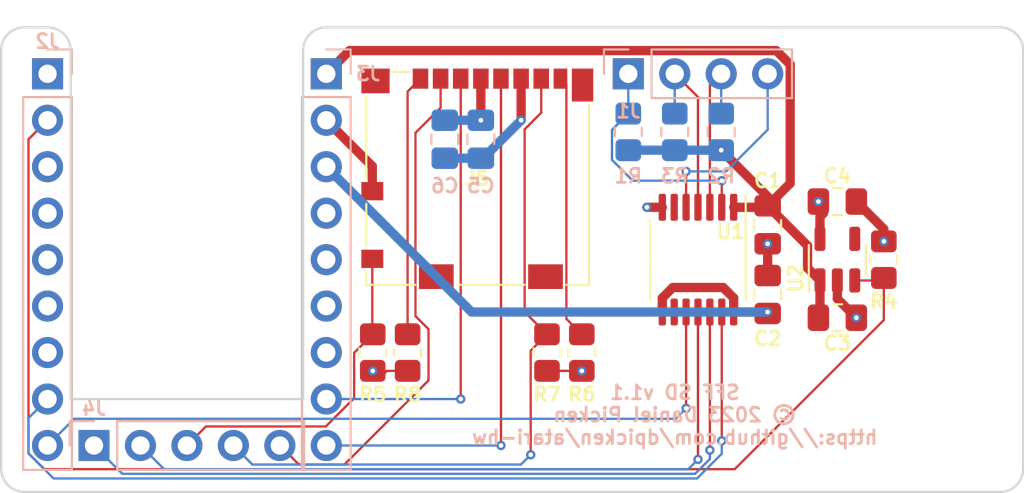
<source format=kicad_pcb>
(kicad_pcb (version 20221018) (generator pcbnew)
  (title_block (title "Atari SBC SD") (date "2023-09-25") (rev "1.1"))
  (layers (0 "F.Cu" signal) (1 "In1.Cu" power) (2 "In2.Cu" power) (31 "B.Cu" signal) (34 "B.Paste" user) (35 "F.Paste" user) (36 "B.SilkS" user "B.Silkscreen") (37 "F.SilkS" user "F.Silkscreen") (38 "B.Mask" user) (39 "F.Mask" user) (44 "Edge.Cuts" user))
  (net 0 "")
  (net 1 "+5VP")
  (net 2 "GND")
  (net 3 "+3.3VP")
  (net 4 "SIO_MOTOR_5V")
  (net 5 "SIO_COMMAND_5V")
  (net 6 "SIO_DATA_OUT_5V")
  (net 7 "SIO_DATA_IN_5V")
  (net 8 "Net-(J5-VDD)")
  (net 9 "{slash}SD_CS")
  (net 10 "SD_DI")
  (net 11 "SD_SCLK")
  (net 12 "SD_DO")
  (net 14 "{slash}SD_DETECT")
  (net 17 "SD_PWR")
  (net 23 "SIO_MOTOR_3V3")
  (net 24 "SIO_DATA_IN_3V3")
  (net 27 "Net-(J5-DAT2)")
  (net 28 "Net-(J5-DAT1)")
  (net 30 "SIO_DATA_OUT_3V3")
  (net 31 "SIO_COMMAND_3V3")
  (footprint "Resistor_SMD:R_0805_2012Metric_Pad1.20x1.40mm_HandSolder" (layer "F.Cu") (at 156.21 66.04 90)
    (fp_text reference "R6" (at -2.286 0 180) (layer "F.SilkS") (effects (font (size 0.762 0.762) (thickness 0.1524))))
    (fp_text value "10K")
    (fp_line (start -0.227064 -0.735) (end 0.227064 -0.735) (stroke (width 0.12)) (layer "F.SilkS"))
    (fp_line (start -0.227064 0.735) (end 0.227064 0.735) (stroke (width 0.12)) (layer "F.SilkS"))
    (pad "1" smd roundrect (at -1 0 90) (size 1.2 1.4) (layers "F.Cu" "F.Paste" "F.Mask") (roundrect_rratio 0.2083333333) (net 8 "Net-(J5-VDD)"))
    (pad "2" smd roundrect (at 1 0 90) (size 1.2 1.4) (layers "F.Cu" "F.Paste" "F.Mask") (roundrect_rratio 0.2083333333) (net 28 "Net-(J5-DAT1)"))
  )
  (footprint "Resistor_SMD:R_0805_2012Metric_Pad1.20x1.40mm_HandSolder" (layer "F.Cu") (at 146.685 66.04 90)
    (fp_text reference "R8" (at -2.286 0 180) (layer "F.SilkS") (effects (font (size 0.762 0.762) (thickness 0.1524))))
    (fp_text value "10K")
    (fp_line (start -0.227064 -0.735) (end 0.227064 -0.735) (stroke (width 0.12)) (layer "F.SilkS"))
    (fp_line (start -0.227064 0.735) (end 0.227064 0.735) (stroke (width 0.12)) (layer "F.SilkS"))
    (pad "1" smd roundrect (at -1 0 90) (size 1.2 1.4) (layers "F.Cu" "F.Paste" "F.Mask") (roundrect_rratio 0.2083333333) (net 8 "Net-(J5-VDD)"))
    (pad "2" smd roundrect (at 1 0 90) (size 1.2 1.4) (layers "F.Cu" "F.Paste" "F.Mask") (roundrect_rratio 0.2083333333) (net 27 "Net-(J5-DAT2)"))
  )
  (footprint "Capacitor_SMD:C_0805_2012Metric_Pad1.18x1.45mm_HandSolder" (layer "F.Cu") (at 170.18 57.785)
    (fp_text reference "C4" (at 0 -1.397 180) (layer "F.SilkS") (effects (font (size 0.762 0.762) (thickness 0.1524))))
    (fp_text value "1uF")
    (fp_line (start -0.261252 -0.735) (end 0.261252 -0.735) (stroke (width 0.12)) (layer "F.SilkS"))
    (fp_line (start -0.261252 0.735) (end 0.261252 0.735) (stroke (width 0.12)) (layer "F.SilkS"))
    (pad "1" smd roundrect (at -1.0375 0) (size 1.175 1.45) (layers "F.Cu" "F.Paste" "F.Mask") (roundrect_rratio 0.2127659574) (net 8 "Net-(J5-VDD)"))
    (pad "2" smd roundrect (at 1.0375 0) (size 1.175 1.45) (layers "F.Cu" "F.Paste" "F.Mask") (roundrect_rratio 0.2127659574) (net 2 "GND"))
  )
  (footprint "Resistor_SMD:R_0805_2012Metric_Pad1.20x1.40mm_HandSolder" (layer "F.Cu") (at 172.72 60.96 90)
    (fp_text reference "R4" (at -2.286 0) (layer "F.SilkS") (effects (font (size 0.762 0.762) (thickness 0.1524))))
    (fp_text value "10K")
    (fp_line (start -0.227064 -0.735) (end 0.227064 -0.735) (stroke (width 0.12)) (layer "F.SilkS"))
    (fp_line (start -0.227064 0.735) (end 0.227064 0.735) (stroke (width 0.12)) (layer "F.SilkS"))
    (pad "1" smd roundrect (at -1 0 90) (size 1.2 1.4) (layers "F.Cu" "F.Paste" "F.Mask") (roundrect_rratio 0.2083333333) (net 17 "SD_PWR"))
    (pad "2" smd roundrect (at 1 0 90) (size 1.2 1.4) (layers "F.Cu" "F.Paste" "F.Mask") (roundrect_rratio 0.2083333333) (net 2 "GND"))
  )
  (footprint "Resistor_SMD:R_0805_2012Metric_Pad1.20x1.40mm_HandSolder" (layer "F.Cu") (at 154.305 66.04 90)
    (fp_text reference "R7" (at -2.286 0 180) (layer "F.SilkS") (effects (font (size 0.762 0.762) (thickness 0.1524))))
    (fp_text value "10K")
    (fp_line (start -0.227064 -0.735) (end 0.227064 -0.735) (stroke (width 0.12)) (layer "F.SilkS"))
    (fp_line (start -0.227064 0.735) (end 0.227064 0.735) (stroke (width 0.12)) (layer "F.SilkS"))
    (pad "1" smd roundrect (at -1 0 90) (size 1.2 1.4) (layers "F.Cu" "F.Paste" "F.Mask") (roundrect_rratio 0.2083333333) (net 8 "Net-(J5-VDD)"))
    (pad "2" smd roundrect (at 1 0 90) (size 1.2 1.4) (layers "F.Cu" "F.Paste" "F.Mask") (roundrect_rratio 0.2083333333) (net 12 "SD_DO"))
  )
  (footprint "Capacitor_SMD:C_0805_2012Metric_Pad1.18x1.45mm_HandSolder" (layer "F.Cu") (at 170.18 64.135)
    (fp_text reference "C3" (at 0 1.397 180) (layer "F.SilkS") (effects (font (size 0.762 0.762) (thickness 0.1524))))
    (fp_text value "1uF")
    (fp_line (start -0.261252 -0.735) (end 0.261252 -0.735) (stroke (width 0.12)) (layer "F.SilkS"))
    (fp_line (start -0.261252 0.735) (end 0.261252 0.735) (stroke (width 0.12)) (layer "F.SilkS"))
    (pad "1" smd roundrect (at -1.0375 0) (size 1.175 1.45) (layers "F.Cu" "F.Paste" "F.Mask") (roundrect_rratio 0.2127659574) (net 1 "+5VP"))
    (pad "2" smd roundrect (at 1.0375 0) (size 1.175 1.45) (layers "F.Cu" "F.Paste" "F.Mask") (roundrect_rratio 0.2127659574) (net 2 "GND"))
  )
  (footprint "Connector_Card:microSD_HC_Molex_104031-0811" (layer "F.Cu") (at 150.495 56.515)
    (fp_text reference "J5" (at 0 0) (layer "F.SilkS") (effects (font (size 0.762 0.762) (thickness 0.1524))))
    (fp_text value "104031-0811")
    (fp_line (start -6.07 -4.45) (end -6.07 0) (stroke (width 0.12)) (layer "F.SilkS"))
    (fp_line (start -6.07 1.4) (end -6.07 3.7) (stroke (width 0.12)) (layer "F.SilkS"))
    (fp_line (start -6.07 5.1) (end -6.07 5.82) (stroke (width 0.12)) (layer "F.SilkS"))
    (fp_line (start -6.07 5.82) (end -3.39 5.82) (stroke (width 0.12)) (layer "F.SilkS"))
    (fp_line (start -4.59 -5.82) (end -3.73 -5.82) (stroke (width 0.12)) (layer "F.SilkS"))
    (fp_line (start -1.09 5.82) (end 2.58 5.82) (stroke (width 0.12)) (layer "F.SilkS"))
    (fp_line (start 4.88 5.82) (end 6.11 5.82) (stroke (width 0.12)) (layer "F.SilkS"))
    (fp_line (start 6.11 5.82) (end 6.11 -4) (stroke (width 0.12)) (layer "F.SilkS"))
    (pad "" smd rect (at -5.565 -5.325) (size 1.55 1.35) (layers "F.Cu" "F.Paste" "F.Mask"))
    (pad "" smd rect (at 3.73 5.375) (size 1.9 1.35) (layers "F.Cu" "F.Paste" "F.Mask"))
    (pad "" smd rect (at 5.755 -5.1) (size 1.17 1.8) (layers "F.Cu" "F.Paste" "F.Mask"))
    (pad "1" smd rect (at -3.105 -5.45) (size 0.85 1.1) (layers "F.Cu" "F.Paste" "F.Mask") (net 27 "Net-(J5-DAT2)"))
    (pad "2" smd rect (at -2.005 -5.45) (size 0.85 1.1) (layers "F.Cu" "F.Paste" "F.Mask") (net 9 "{slash}SD_CS"))
    (pad "3" smd rect (at -0.905 -5.45) (size 0.85 1.1) (layers "F.Cu" "F.Paste" "F.Mask") (net 10 "SD_DI"))
    (pad "4" smd rect (at 0.195 -5.45) (size 0.85 1.1) (layers "F.Cu" "F.Paste" "F.Mask") (net 8 "Net-(J5-VDD)"))
    (pad "5" smd rect (at 1.295 -5.45) (size 0.85 1.1) (layers "F.Cu" "F.Paste" "F.Mask") (net 11 "SD_SCLK"))
    (pad "6" smd rect (at 2.395 -5.45) (size 0.85 1.1) (layers "F.Cu" "F.Paste" "F.Mask") (net 2 "GND"))
    (pad "7" smd rect (at 3.495 -5.45) (size 0.85 1.1) (layers "F.Cu" "F.Paste" "F.Mask") (net 12 "SD_DO"))
    (pad "8" smd rect (at 4.545 -5.45) (size 0.75 1.1) (layers "F.Cu" "F.Paste" "F.Mask") (net 28 "Net-(J5-DAT1)"))
    (pad "9" smd rect (at -5.74 0.7) (size 1.2 1) (layers "F.Cu" "F.Paste" "F.Mask") (net 2 "GND"))
    (pad "10" smd rect (at -5.74 4.4) (size 1.2 1) (layers "F.Cu" "F.Paste" "F.Mask") (net 14 "{slash}SD_DETECT"))
    (pad "11" smd rect (at -2.24 5.375) (size 1.9 1.35) (layers "F.Cu" "F.Paste" "F.Mask"))
  )
  (footprint "Package_SO:TSSOP-14_4.4x5mm_P0.65mm" (layer "F.Cu") (at 162.56 60.96 -90)
    (fp_text reference "U1" (at -1.524 -1.778) (layer "F.SilkS") (effects (font (size 0.762 0.762) (thickness 0.1524))))
    (fp_text value "TXU0304")
    (fp_line (start 0 -2.61) (end -3.6 -2.61) (stroke (width 0.12)) (layer "F.SilkS"))
    (fp_line (start 0 -2.61) (end 2.2 -2.61) (stroke (width 0.12)) (layer "F.SilkS"))
    (fp_line (start 0 2.61) (end -2.2 2.61) (stroke (width 0.12)) (layer "F.SilkS"))
    (fp_line (start 0 2.61) (end 2.2 2.61) (stroke (width 0.12)) (layer "F.SilkS"))
    (pad "1" smd roundrect (at -2.8625 -1.95 270) (size 1.475 0.4) (layers "F.Cu" "F.Paste" "F.Mask") (net 1 "+5VP"))
    (pad "2" smd roundrect (at -2.8625 -1.3 270) (size 1.475 0.4) (layers "F.Cu" "F.Paste" "F.Mask") (net 4 "SIO_MOTOR_5V"))
    (pad "3" smd roundrect (at -2.8625 -0.65 270) (size 1.475 0.4) (layers "F.Cu" "F.Paste" "F.Mask") (net 6 "SIO_DATA_OUT_5V"))
    (pad "4" smd roundrect (at -2.8625 0 270) (size 1.475 0.4) (layers "F.Cu" "F.Paste" "F.Mask") (net 5 "SIO_COMMAND_5V"))
    (pad "5" smd roundrect (at -2.8625 0.65 270) (size 1.475 0.4) (layers "F.Cu" "F.Paste" "F.Mask") (net 7 "SIO_DATA_IN_5V"))
    (pad "6" smd roundrect (at -2.8625 1.3 270) (size 1.475 0.4) (layers "F.Cu" "F.Paste" "F.Mask"))
    (pad "7" smd roundrect (at -2.8625 1.95 270) (size 1.475 0.4) (layers "F.Cu" "F.Paste" "F.Mask") (net 2 "GND"))
    (pad "8" smd roundrect (at 2.8625 1.95 270) (size 1.475 0.4) (layers "F.Cu" "F.Paste" "F.Mask") (net 3 "+3.3VP"))
    (pad "9" smd roundrect (at 2.8625 1.3 270) (size 1.475 0.4) (layers "F.Cu" "F.Paste" "F.Mask"))
    (pad "10" smd roundrect (at 2.8625 0.65 270) (size 1.475 0.4) (layers "F.Cu" "F.Paste" "F.Mask") (net 24 "SIO_DATA_IN_3V3"))
    (pad "11" smd roundrect (at 2.8625 0 270) (size 1.475 0.4) (layers "F.Cu" "F.Paste" "F.Mask") (net 31 "SIO_COMMAND_3V3"))
    (pad "12" smd roundrect (at 2.8625 -0.65 270) (size 1.475 0.4) (layers "F.Cu" "F.Paste" "F.Mask") (net 30 "SIO_DATA_OUT_3V3"))
    (pad "13" smd roundrect (at 2.8625 -1.3 270) (size 1.475 0.4) (layers "F.Cu" "F.Paste" "F.Mask") (net 23 "SIO_MOTOR_3V3"))
    (pad "14" smd roundrect (at 2.8625 -1.95 270) (size 1.475 0.4) (layers "F.Cu" "F.Paste" "F.Mask") (net 3 "+3.3VP"))
  )
  (footprint "Resistor_SMD:R_0805_2012Metric_Pad1.20x1.40mm_HandSolder" (layer "F.Cu") (at 144.78 66.04 90)
    (fp_text reference "R5" (at -2.286 0 180) (layer "F.SilkS") (effects (font (size 0.762 0.762) (thickness 0.1524))))
    (fp_text value "10K")
    (fp_line (start -0.227064 -0.735) (end 0.227064 -0.735) (stroke (width 0.12)) (layer "F.SilkS"))
    (fp_line (start -0.227064 0.735) (end 0.227064 0.735) (stroke (width 0.12)) (layer "F.SilkS"))
    (pad "1" smd roundrect (at -1 0 90) (size 1.2 1.4) (layers "F.Cu" "F.Paste" "F.Mask") (roundrect_rratio 0.2083333333) (net 8 "Net-(J5-VDD)"))
    (pad "2" smd roundrect (at 1 0 90) (size 1.2 1.4) (layers "F.Cu" "F.Paste" "F.Mask") (roundrect_rratio 0.2083333333) (net 14 "{slash}SD_DETECT"))
  )
  (footprint "Capacitor_SMD:C_0805_2012Metric_Pad1.18x1.45mm_HandSolder" (layer "F.Cu") (at 166.37 59.055 -90)
    (fp_text reference "C1" (at -2.413 0 -180) (layer "F.SilkS") (effects (font (size 0.762 0.762) (thickness 0.1524))))
    (fp_text value "0.1uF")
    (fp_line (start -0.261252 -0.735) (end 0.261252 -0.735) (stroke (width 0.12)) (layer "F.SilkS"))
    (fp_line (start -0.261252 0.735) (end 0.261252 0.735) (stroke (width 0.12)) (layer "F.SilkS"))
    (pad "1" smd roundrect (at -1.0375 0 270) (size 1.175 1.45) (layers "F.Cu" "F.Paste" "F.Mask") (roundrect_rratio 0.2127659574) (net 1 "+5VP"))
    (pad "2" smd roundrect (at 1.0375 0 270) (size 1.175 1.45) (layers "F.Cu" "F.Paste" "F.Mask") (roundrect_rratio 0.2127659574) (net 2 "GND"))
  )
  (footprint "Capacitor_SMD:C_0805_2012Metric_Pad1.18x1.45mm_HandSolder" (layer "F.Cu") (at 166.37 62.865 90)
    (fp_text reference "C2" (at -2.413 0 180) (layer "F.SilkS") (effects (font (size 0.762 0.762) (thickness 0.1524))))
    (fp_text value "0.1uF")
    (fp_line (start -0.261252 -0.735) (end 0.261252 -0.735) (stroke (width 0.12)) (layer "F.SilkS"))
    (fp_line (start -0.261252 0.735) (end 0.261252 0.735) (stroke (width 0.12)) (layer "F.SilkS"))
    (pad "1" smd roundrect (at -1.0375 0 90) (size 1.175 1.45) (layers "F.Cu" "F.Paste" "F.Mask") (roundrect_rratio 0.2127659574) (net 3 "+3.3VP"))
    (pad "2" smd roundrect (at 1.0375 0 90) (size 1.175 1.45) (layers "F.Cu" "F.Paste" "F.Mask") (roundrect_rratio 0.2127659574) (net 2 "GND"))
  )
  (footprint "Package_TO_SOT_SMD:SOT-23-5" (layer "F.Cu") (at 170.18 60.96 90)
    (fp_text reference "U2" (at -1.016 -2.286 90) (layer "F.SilkS") (effects (font (size 0.762 0.762) (thickness 0.1524))))
    (fp_text value "LD39015M33R")
    (fp_line (start 0 -1.56) (end -1.8 -1.56) (stroke (width 0.12)) (layer "F.SilkS"))
    (fp_line (start 0 -1.56) (end 0.8 -1.56) (stroke (width 0.12)) (layer "F.SilkS"))
    (fp_line (start 0 1.56) (end -0.8 1.56) (stroke (width 0.12)) (layer "F.SilkS"))
    (fp_line (start 0 1.56) (end 0.8 1.56) (stroke (width 0.12)) (layer "F.SilkS"))
    (pad "1" smd roundrect (at -1.1375 -0.95 90) (size 1.325 0.6) (layers "F.Cu" "F.Paste" "F.Mask") (net 1 "+5VP"))
    (pad "2" smd roundrect (at -1.1375 0 90) (size 1.325 0.6) (layers "F.Cu" "F.Paste" "F.Mask") (net 2 "GND"))
    (pad "3" smd roundrect (at -1.1375 0.95 90) (size 1.325 0.6) (layers "F.Cu" "F.Paste" "F.Mask") (net 17 "SD_PWR"))
    (pad "4" smd roundrect (at 1.1375 0.95 90) (size 1.325 0.6) (layers "F.Cu" "F.Paste" "F.Mask"))
    (pad "5" smd roundrect (at 1.1375 -0.95 90) (size 1.325 0.6) (layers "F.Cu" "F.Paste" "F.Mask") (net 8 "Net-(J5-VDD)"))
  )
  (footprint "Capacitor_SMD:C_0805_2012Metric_Pad1.18x1.45mm_HandSolder" (layer "B.Cu") (at 150.69 54.3775 -90)
    (fp_text reference "C5" (at 2.54 0 -180) (layer "B.SilkS") (effects (font (size 0.762 0.762) (thickness 0.1524)) (justify mirror)))
    (fp_text value "0.1uF")
    (fp_line (start -0.261252 -0.735) (end 0.261252 -0.735) (stroke (width 0.12)) (layer "B.SilkS"))
    (fp_line (start -0.261252 0.735) (end 0.261252 0.735) (stroke (width 0.12)) (layer "B.SilkS"))
    (pad "1" smd roundrect (at -1.0375 0 270) (size 1.175 1.45) (layers "B.Cu" "B.Paste" "B.Mask") (roundrect_rratio 0.2127659574) (net 8 "Net-(J5-VDD)"))
    (pad "2" smd roundrect (at 1.0375 0 270) (size 1.175 1.45) (layers "B.Cu" "B.Paste" "B.Mask") (roundrect_rratio 0.2127659574) (net 2 "GND"))
  )
  (footprint "Connector_PinHeader_2.54mm:PinHeader_1x04_P2.54mm_Vertical" (layer "B.Cu") (at 158.75 50.8 -90)
    (fp_text reference "J1" (at 2.032 0) (layer "B.SilkS") (effects (font (size 0.762 0.762) (thickness 0.1524)) (justify mirror)))
    (fp_text value "SIO-Header")
    (fp_line (start -1.33 -8.95) (end 1.33 -8.95) (stroke (width 0.12)) (layer "B.SilkS"))
    (fp_line (start -1.33 -1.27) (end -1.33 -8.95) (stroke (width 0.12)) (layer "B.SilkS"))
    (fp_line (start -1.33 -1.27) (end 1.33 -1.27) (stroke (width 0.12)) (layer "B.SilkS"))
    (fp_line (start -1.33 0) (end -1.33 1.33) (stroke (width 0.12)) (layer "B.SilkS"))
    (fp_line (start -1.33 1.33) (end 0 1.33) (stroke (width 0.12)) (layer "B.SilkS"))
    (fp_line (start 1.33 -1.27) (end 1.33 -8.95) (stroke (width 0.12)) (layer "B.SilkS"))
    (pad "1" thru_hole rect (at 0 0 270) (size 1.7 1.7) (drill 1) (layers "*.Cu" "*.Mask") (net 4 "SIO_MOTOR_5V"))
    (pad "2" thru_hole oval (at 0 -2.54 270) (size 1.7 1.7) (drill 1) (layers "*.Cu" "*.Mask") (net 5 "SIO_COMMAND_5V"))
    (pad "3" thru_hole oval (at 0 -5.08 270) (size 1.7 1.7) (drill 1) (layers "*.Cu" "*.Mask") (net 6 "SIO_DATA_OUT_5V"))
    (pad "4" thru_hole oval (at 0 -7.62 270) (size 1.7 1.7) (drill 1) (layers "*.Cu" "*.Mask") (net 7 "SIO_DATA_IN_5V"))
  )
  (footprint "Resistor_SMD:R_0805_2012Metric_Pad1.20x1.40mm_HandSolder" (layer "B.Cu") (at 161.29 53.975 90)
    (fp_text reference "R3" (at -2.413 0 180) (layer "B.SilkS") (effects (font (size 0.762 0.762) (thickness 0.1524)) (justify mirror)))
    (fp_text value "10K")
    (fp_line (start -0.227064 -0.735) (end 0.227064 -0.735) (stroke (width 0.12)) (layer "B.SilkS"))
    (fp_line (start -0.227064 0.735) (end 0.227064 0.735) (stroke (width 0.12)) (layer "B.SilkS"))
    (pad "1" smd roundrect (at -1 0 90) (size 1.2 1.4) (layers "B.Cu" "B.Paste" "B.Mask") (roundrect_rratio 0.208333) (net 1 "+5VP"))
    (pad "2" smd roundrect (at 1 0 90) (size 1.2 1.4) (layers "B.Cu" "B.Paste" "B.Mask") (roundrect_rratio 0.208333) (net 5 "SIO_COMMAND_5V"))
  )
  (footprint "Connector_PinHeader_2.54mm:PinHeader_1x05_P2.54mm_Vertical" (layer "B.Cu") (at 129.54 71.12 -90)
    (fp_text reference "J4" (at -2.032 0) (layer "B.SilkS") (effects (font (size 0.762 0.762) (thickness 0.1524)) (justify mirror)))
    (fp_text value "RP2040-Zero-bottom")
    (fp_line (start -1.33 -11.49) (end 1.33 -11.49) (stroke (width 0.12)) (layer "B.SilkS"))
    (fp_line (start -1.33 -1.27) (end -1.33 -11.49) (stroke (width 0.12)) (layer "B.SilkS"))
    (fp_line (start -1.33 -1.27) (end 1.33 -1.27) (stroke (width 0.12)) (layer "B.SilkS"))
    (fp_line (start -1.33 0) (end -1.33 1.33) (stroke (width 0.12)) (layer "B.SilkS"))
    (fp_line (start -1.33 1.33) (end 0 1.33) (stroke (width 0.12)) (layer "B.SilkS"))
    (fp_line (start 1.33 -1.27) (end 1.33 -11.49) (stroke (width 0.12)) (layer "B.SilkS"))
    (pad "1" thru_hole rect (at 0 0 270) (size 1.7 1.7) (drill 1) (layers "*.Cu" "*.Mask") (net 30 "SIO_DATA_OUT_3V3"))
    (pad "2" thru_hole oval (at 0 -2.54 270) (size 1.7 1.7) (drill 1) (layers "*.Cu" "*.Mask") (net 31 "SIO_COMMAND_3V3"))
    (pad "3" thru_hole oval (at 0 -5.08 270) (size 1.7 1.7) (drill 1) (layers "*.Cu" "*.Mask") (net 14 "{slash}SD_DETECT"))
    (pad "4" thru_hole oval (at 0 -7.62 270) (size 1.7 1.7) (drill 1) (layers "*.Cu" "*.Mask") (net 12 "SD_DO"))
    (pad "5" thru_hole oval (at 0 -10.16 270) (size 1.7 1.7) (drill 1) (layers "*.Cu" "*.Mask") (net 9 "{slash}SD_CS"))
  )
  (footprint "Capacitor_SMD:C_0805_2012Metric_Pad1.18x1.45mm_HandSolder" (layer "B.Cu") (at 148.717 54.3775 -90)
    (fp_text reference "C6" (at 2.54 0 -180) (layer "B.SilkS") (effects (font (size 0.762 0.762) (thickness 0.1524)) (justify mirror)))
    (fp_text value "4.7uF")
    (fp_line (start -0.261252 -0.735) (end 0.261252 -0.735) (stroke (width 0.12)) (layer "B.SilkS"))
    (fp_line (start -0.261252 0.735) (end 0.261252 0.735) (stroke (width 0.12)) (layer "B.SilkS"))
    (pad "1" smd roundrect (at -1.0375 0 270) (size 1.175 1.45) (layers "B.Cu" "B.Paste" "B.Mask") (roundrect_rratio 0.2127659574) (net 8 "Net-(J5-VDD)"))
    (pad "2" smd roundrect (at 1.0375 0 270) (size 1.175 1.45) (layers "B.Cu" "B.Paste" "B.Mask") (roundrect_rratio 0.2127659574) (net 2 "GND"))
  )
  (footprint "Resistor_SMD:R_0805_2012Metric_Pad1.20x1.40mm_HandSolder" (layer "B.Cu") (at 158.75 53.975 90)
    (fp_text reference "R1" (at -2.413 0 -360) (layer "B.SilkS") (effects (font (size 0.762 0.762) (thickness 0.1524)) (justify mirror)))
    (fp_text value "10K")
    (fp_line (start -0.227064 -0.735) (end 0.227064 -0.735) (stroke (width 0.12)) (layer "B.SilkS"))
    (fp_line (start -0.227064 0.735) (end 0.227064 0.735) (stroke (width 0.12)) (layer "B.SilkS"))
    (pad "1" smd roundrect (at -1 0 90) (size 1.2 1.4) (layers "B.Cu" "B.Paste" "B.Mask") (roundrect_rratio 0.208333) (net 1 "+5VP"))
    (pad "2" smd roundrect (at 1 0 90) (size 1.2 1.4) (layers "B.Cu" "B.Paste" "B.Mask") (roundrect_rratio 0.208333) (net 4 "SIO_MOTOR_5V"))
  )
  (footprint "Connector_PinHeader_2.54mm:PinHeader_1x09_P2.54mm_Vertical" (layer "B.Cu") (at 142.24 50.8 180)
    (fp_text reference "J3" (at -2.286 0) (layer "B.SilkS") (effects (font (size 0.762 0.762) (thickness 0.1524)) (justify mirror)))
    (fp_text value "RP2040-Zero-rhs")
    (fp_line (start -1.33 -21.65) (end 1.33 -21.65) (stroke (width 0.12)) (layer "B.SilkS"))
    (fp_line (start -1.33 -1.27) (end -1.33 -21.65) (stroke (width 0.12)) (layer "B.SilkS"))
    (fp_line (start -1.33 -1.27) (end 1.33 -1.27) (stroke (width 0.12)) (layer "B.SilkS"))
    (fp_line (start -1.33 0) (end -1.33 1.33) (stroke (width 0.12)) (layer "B.SilkS"))
    (fp_line (start -1.33 1.33) (end 0 1.33) (stroke (width 0.12)) (layer "B.SilkS"))
    (fp_line (start 1.33 -1.27) (end 1.33 -21.65) (stroke (width 0.12)) (layer "B.SilkS"))
    (pad "1" thru_hole rect (at 0 0 180) (size 1.7 1.7) (drill 1) (layers "*.Cu" "*.Mask") (net 1 "+5VP"))
    (pad "2" thru_hole oval (at 0 -2.54 180) (size 1.7 1.7) (drill 1) (layers "*.Cu" "*.Mask") (net 2 "GND"))
    (pad "3" thru_hole oval (at 0 -5.08 180) (size 1.7 1.7) (drill 1) (layers "*.Cu" "*.Mask") (net 3 "+3.3VP"))
    (pad "4" thru_hole oval (at 0 -7.62 180) (size 1.7 1.7) (drill 1) (layers "*.Cu" "*.Mask"))
    (pad "5" thru_hole oval (at 0 -10.16 180) (size 1.7 1.7) (drill 1) (layers "*.Cu" "*.Mask"))
    (pad "6" thru_hole oval (at 0 -12.7 180) (size 1.7 1.7) (drill 1) (layers "*.Cu" "*.Mask"))
    (pad "7" thru_hole oval (at 0 -15.24 180) (size 1.7 1.7) (drill 1) (layers "*.Cu" "*.Mask"))
    (pad "8" thru_hole oval (at 0 -17.78 180) (size 1.7 1.7) (drill 1) (layers "*.Cu" "*.Mask") (net 10 "SD_DI"))
    (pad "9" thru_hole oval (at 0 -20.32 180) (size 1.7 1.7) (drill 1) (layers "*.Cu" "*.Mask") (net 11 "SD_SCLK"))
  )
  (footprint "Connector_PinHeader_2.54mm:PinHeader_1x09_P2.54mm_Vertical" (layer "B.Cu") (at 127 50.8 180)
    (fp_text reference "J2" (at 0 1.778) (layer "B.SilkS") (effects (font (size 0.762 0.762) (thickness 0.1524)) (justify mirror)))
    (fp_text value "RP2040-Zero-lhs")
    (fp_line (start -1.33 -21.65) (end 1.33 -21.65) (stroke (width 0.12)) (layer "B.SilkS"))
    (fp_line (start -1.33 -1.27) (end -1.33 -21.65) (stroke (width 0.12)) (layer "B.SilkS"))
    (fp_line (start -1.33 -1.27) (end 1.33 -1.27) (stroke (width 0.12)) (layer "B.SilkS"))
    (fp_line (start -1.33 0) (end -1.33 1.33) (stroke (width 0.12)) (layer "B.SilkS"))
    (fp_line (start -1.33 1.33) (end 0 1.33) (stroke (width 0.12)) (layer "B.SilkS"))
    (fp_line (start 1.33 -1.27) (end 1.33 -21.65) (stroke (width 0.12)) (layer "B.SilkS"))
    (pad "1" thru_hole rect (at 0 0 180) (size 1.7 1.7) (drill 1) (layers "*.Cu" "*.Mask"))
    (pad "2" thru_hole oval (at 0 -2.54 180) (size 1.7 1.7) (drill 1) (layers "*.Cu" "*.Mask") (net 17 "SD_PWR"))
    (pad "3" thru_hole oval (at 0 -5.08 180) (size 1.7 1.7) (drill 1) (layers "*.Cu" "*.Mask"))
    (pad "4" thru_hole oval (at 0 -7.62 180) (size 1.7 1.7) (drill 1) (layers "*.Cu" "*.Mask"))
    (pad "5" thru_hole oval (at 0 -10.16 180) (size 1.7 1.7) (drill 1) (layers "*.Cu" "*.Mask"))
    (pad "6" thru_hole oval (at 0 -12.7 180) (size 1.7 1.7) (drill 1) (layers "*.Cu" "*.Mask"))
    (pad "7" thru_hole oval (at 0 -15.24 180) (size 1.7 1.7) (drill 1) (layers "*.Cu" "*.Mask"))
    (pad "8" thru_hole oval (at 0 -17.78 180) (size 1.7 1.7) (drill 1) (layers "*.Cu" "*.Mask") (net 23 "SIO_MOTOR_3V3"))
    (pad "9" thru_hole oval (at 0 -20.32 180) (size 1.7 1.7) (drill 1) (layers "*.Cu" "*.Mask") (net 24 "SIO_DATA_IN_3V3"))
  )
  (footprint "Resistor_SMD:R_0805_2012Metric_Pad1.20x1.40mm_HandSolder" (layer "B.Cu") (at 163.83 53.975 90)
    (fp_text reference "R2" (at -2.413 0 -360) (layer "B.SilkS") (effects (font (size 0.762 0.762) (thickness 0.1524)) (justify mirror)))
    (fp_text value "10K")
    (fp_line (start -0.227064 -0.735) (end 0.227064 -0.735) (stroke (width 0.12)) (layer "B.SilkS"))
    (fp_line (start -0.227064 0.735) (end 0.227064 0.735) (stroke (width 0.12)) (layer "B.SilkS"))
    (pad "1" smd roundrect (at -1 0 90) (size 1.2 1.4) (layers "B.Cu" "B.Paste" "B.Mask") (roundrect_rratio 0.208333) (net 1 "+5VP"))
    (pad "2" smd roundrect (at 1 0 90) (size 1.2 1.4) (layers "B.Cu" "B.Paste" "B.Mask") (roundrect_rratio 0.208333) (net 6 "SIO_DATA_OUT_5V"))
  )
  (gr_line (start 128.27 68.58) (end 140.97 68.58) (stroke (width 0.127)) (layer "Edge.Cuts"))
  (gr_line (start 124.465 72.39) (end 124.465 49.39635) (stroke (width 0.127)) (layer "Edge.Cuts"))
  (gr_line (start 128.27 68.58) (end 128.27 49.53) (stroke (width 0.127)) (layer "Edge.Cuts"))
  (gr_arc (start 125.73498 73.65499) (mid 124.837272 73.286249) (end 124.465 72.39) (stroke (width 0.127)) (layer "Edge.Cuts"))
  (gr_arc (start 127 48.26) (mid 127.898026 48.631974) (end 128.27 49.53) (stroke (width 0.127)) (layer "Edge.Cuts"))
  (gr_line (start 179.07 73.66) (end 125.735 73.66) (stroke (width 0.127)) (layer "Edge.Cuts"))
  (gr_line (start 142.24 48.26) (end 179.07 48.26) (stroke (width 0.127)) (layer "Edge.Cuts"))
  (gr_line (start 180.34 49.463175) (end 180.34 72.456825) (stroke (width 0.127)) (layer "Edge.Cuts"))
  (gr_arc (start 124.467029 49.396564) (mid 124.88046 48.585975) (end 125.73 48.26) (stroke (width 0.127)) (layer "Edge.Cuts"))
  (gr_line (start 140.97 68.58) (end 140.97 49.53) (stroke (width 0.127)) (layer "Edge.Cuts"))
  (gr_arc (start 140.97 49.53) (mid 141.341974 48.631974) (end 142.24 48.26) (stroke (width 0.127)) (layer "Edge.Cuts"))
  (gr_line (start 127 48.26) (end 125.73 48.26) (stroke (width 0.127)) (layer "Edge.Cuts"))
  (gr_arc (start 180.338246 72.456733) (mid 179.944114 73.311318) (end 179.07 73.66) (stroke (width 0.127)) (layer "Edge.Cuts"))
  (gr_arc (start 179.07 48.258244) (mid 179.945322 48.607409) (end 180.339999 49.463175) (stroke (width 0.127)) (layer "Edge.Cuts"))
  (gr_text "SFF SD v1.1\n© 2023 Daniel Picken\nhttps://github.com/dpicken/atari-hw" (at 161.29 71.12) (layer "B.SilkS") (effects (font (size 0.762 0.762) (thickness 0.1524)) (justify bottom mirror)))
  (segment (start 169.23 62.0975) (end 168.549 61.4165) (width 0.508) (layer "F.Cu") (net 1))
  (segment (start 168.549 60.1965) (end 166.37 58.0175) (width 0.508) (layer "F.Cu") (net 1))
  (segment (start 166.37 57.515) (end 163.83 54.975) (width 0.508) (layer "F.Cu") (net 1))
  (segment (start 168.549 61.4165) (end 168.549 60.1965) (width 0.508) (layer "F.Cu") (net 1))
  (segment (start 166.37 58.0175) (end 166.37 57.515) (width 0.508) (layer "F.Cu") (net 1))
  (segment (start 142.24 50.8) (end 143.51 49.53) (width 0.508) (layer "F.Cu") (net 1))
  (segment (start 166.840897 49.53) (end 167.601 50.290103) (width 0.508) (layer "F.Cu") (net 1))
  (segment (start 167.601 56.7865) (end 166.37 58.0175) (width 0.508) (layer "F.Cu") (net 1))
  (segment (start 169.23 62.0975) (end 169.23 64.0475) (width 0.508) (layer "F.Cu") (net 1))
  (segment (start 143.51 49.53) (end 166.840897 49.53) (width 0.508) (layer "F.Cu") (net 1))
  (segment (start 167.601 50.290103) (end 167.601 56.7865) (width 0.508) (layer "F.Cu") (net 1))
  (segment (start 164.51 58.0975) (end 166.29 58.0975) (width 0.508) (layer "F.Cu") (net 1))
  (via (at 163.83 54.975) (size 0.508) (drill 0.254) (layers "F.Cu" "B.Cu") (net 1))
  (segment (start 163.83 54.975) (end 161.29 54.975) (width 0.508) (layer "B.Cu") (net 1))
  (segment (start 161.29 54.975) (end 158.75 54.975) (width 0.508) (layer "B.Cu") (net 1))
  (segment (start 160.61 58.0975) (end 159.766 58.0975) (width 0.508) (layer "F.Cu") (net 2))
  (segment (start 152.89 53.34) (end 152.89 51.065) (width 0.508) (layer "F.Cu") (net 2))
  (segment (start 172.72 59.2875) (end 171.2175 57.785) (width 0.508) (layer "F.Cu") (net 2))
  (segment (start 144.755 57.215) (end 144.755 55.855) (width 0.508) (layer "F.Cu") (net 2))
  (segment (start 170.18 63.0975) (end 171.2175 64.135) (width 0.508) (layer "F.Cu") (net 2))
  (segment (start 166.37 61.8275) (end 166.37 60.0925) (width 0.508) (layer "F.Cu") (net 2))
  (segment (start 172.72 59.96) (end 172.72 59.2875) (width 0.508) (layer "F.Cu") (net 2))
  (segment (start 170.18 62.0975) (end 170.18 63.0975) (width 0.508) (layer "F.Cu") (net 2))
  (segment (start 144.755 55.855) (end 142.24 53.34) (width 0.508) (layer "F.Cu") (net 2))
  (via (at 159.766 58.0975) (size 0.508) (drill 0.254) (layers "F.Cu" "B.Cu") (net 2))
  (via (at 166.37 60.0925) (size 0.508) (drill 0.254) (layers "F.Cu" "B.Cu") (net 2))
  (via (at 152.89 53.34) (size 0.508) (drill 0.254) (layers "F.Cu" "B.Cu") (net 2))
  (via (at 171.2175 64.135) (size 0.508) (drill 0.254) (layers "F.Cu" "B.Cu") (net 2))
  (via (at 172.72 59.96) (size 0.508) (drill 0.254) (layers "F.Cu" "B.Cu") (net 2))
  (segment (start 150.815 55.415) (end 152.89 53.34) (width 0.508) (layer "B.Cu") (net 2))
  (segment (start 148.717 55.415) (end 150.69 55.415) (width 0.508) (layer "B.Cu") (net 2))
  (segment (start 160.61 63.054763) (end 160.61 63.8225) (width 0.508) (layer "F.Cu") (net 3))
  (segment (start 164.51 63.8225) (end 164.51 63.054763) (width 0.508) (layer "F.Cu") (net 3))
  (segment (start 161.180763 62.484) (end 160.61 63.054763) (width 0.508) (layer "F.Cu") (net 3))
  (segment (start 164.51 63.054763) (end 163.939237 62.484) (width 0.508) (layer "F.Cu") (net 3))
  (segment (start 163.939237 62.484) (end 161.180763 62.484) (width 0.508) (layer "F.Cu") (net 3))
  (segment (start 166.37 63.8225) (end 164.51 63.8225) (width 0.508) (layer "F.Cu") (net 3))
  (via (at 166.37 63.8225) (size 0.508) (drill 0.254) (layers "F.Cu" "B.Cu") (net 3))
  (segment (start 150.1825 63.8225) (end 142.24 55.88) (width 0.508) (layer "B.Cu") (net 3))
  (segment (start 166.37 63.8225) (end 150.1825 63.8225) (width 0.508) (layer "B.Cu") (net 3))
  (segment (start 163.86 58.0975) (end 163.86 56.642) (width 0.127) (layer "F.Cu") (net 4))
  (via (at 163.86 56.642) (size 0.508) (drill 0.254) (layers "F.Cu" "B.Cu") (net 4))
  (segment (start 163.86 56.642) (end 158.994039 56.642) (width 0.127) (layer "B.Cu") (net 4))
  (segment (start 157.8595 53.8655) (end 158.75 52.975) (width 0.127) (layer "B.Cu") (net 4))
  (segment (start 158.994039 56.642) (end 157.8595 55.507461) (width 0.127) (layer "B.Cu") (net 4))
  (segment (start 158.75 52.975) (end 158.75 50.8) (width 0.127) (layer "B.Cu") (net 4))
  (segment (start 157.8595 55.507461) (end 157.8595 53.8655) (width 0.127) (layer "B.Cu") (net 4))
  (segment (start 162.56 58.0975) (end 162.56 52.07) (width 0.127) (layer "F.Cu") (net 5))
  (segment (start 162.56 52.07) (end 161.29 50.8) (width 0.127) (layer "F.Cu") (net 5))
  (segment (start 161.29 52.975) (end 161.29 50.8) (width 0.127) (layer "B.Cu") (net 5))
  (segment (start 163.21 58.0975) (end 163.21 51.42) (width 0.127) (layer "F.Cu") (net 6))
  (segment (start 163.21 51.42) (end 163.83 50.8) (width 0.127) (layer "F.Cu") (net 6))
  (segment (start 163.83 52.975) (end 163.83 50.8) (width 0.127) (layer "B.Cu") (net 6))
  (segment (start 161.91 58.0975) (end 161.91 56.134) (width 0.127) (layer "F.Cu") (net 7))
  (via (at 161.91 56.134) (size 0.508) (drill 0.254) (layers "F.Cu" "B.Cu") (net 7))
  (segment (start 166.37 53.857961) (end 166.37 50.8) (width 0.127) (layer "B.Cu") (net 7))
  (segment (start 164.093961 56.134) (end 166.37 53.857961) (width 0.127) (layer "B.Cu") (net 7))
  (segment (start 161.91 56.134) (end 164.093961 56.134) (width 0.127) (layer "B.Cu") (net 7))
  (segment (start 169.23 58.608) (end 169.418 58.42) (width 0.508) (layer "F.Cu") (net 8))
  (segment (start 169.418 58.42) (end 169.23 58.232) (width 0.508) (layer "F.Cu") (net 8))
  (segment (start 150.69 53.34) (end 150.69 51.065) (width 0.508) (layer "F.Cu") (net 8))
  (segment (start 145.288 67.31) (end 145.018 67.04) (width 0.127) (layer "F.Cu") (net 8))
  (segment (start 146.685 67.04) (end 145.558 67.04) (width 0.127) (layer "F.Cu") (net 8))
  (segment (start 145.018 67.04) (end 144.78 67.04) (width 0.127) (layer "F.Cu") (net 8))
  (segment (start 154.305 67.04) (end 156.21 67.04) (width 0.127) (layer "F.Cu") (net 8))
  (segment (start 145.558 67.04) (end 145.288 67.31) (width 0.127) (layer "F.Cu") (net 8))
  (segment (start 169.23 59.8225) (end 169.23 58.608) (width 0.508) (layer "F.Cu") (net 8))
  (via (at 144.78 67.04) (size 0.508) (drill 0.254) (layers "F.Cu" "B.Cu") (net 8))
  (via (at 156.21 67.04) (size 0.508) (drill 0.254) (layers "F.Cu" "B.Cu") (net 8))
  (via (at 169.1425 57.785) (size 0.508) (drill 0.254) (layers "F.Cu" "B.Cu") (net 8))
  (via (at 150.69 53.34) (size 0.508) (drill 0.254) (layers "F.Cu" "B.Cu") (net 8))
  (segment (start 148.717 53.34) (end 150.69 53.34) (width 0.508) (layer "B.Cu") (net 8))
  (segment (start 148.49 51.065) (end 148.49 52.6515) (width 0.127) (layer "F.Cu") (net 9))
  (segment (start 147.1145 64.046539) (end 147.828 64.760039) (width 0.127) (layer "F.Cu") (net 9))
  (segment (start 147.1145 54.027) (end 147.1145 64.046539) (width 0.127) (layer "F.Cu") (net 9))
  (segment (start 147.828 64.760039) (end 147.828 67.564) (width 0.127) (layer "F.Cu") (net 9))
  (segment (start 148.49 52.6515) (end 147.1145 54.027) (width 0.127) (layer "F.Cu") (net 9))
  (segment (start 143.2315 72.1605) (end 140.7405 72.1605) (width 0.127) (layer "F.Cu") (net 9))
  (segment (start 147.828 67.564) (end 143.2315 72.1605) (width 0.127) (layer "F.Cu") (net 9))
  (segment (start 140.7405 72.1605) (end 139.7 71.12) (width 0.127) (layer "F.Cu") (net 9))
  (segment (start 149.59 51.065) (end 149.59 68.58) (width 0.127) (layer "F.Cu") (net 10))
  (via (at 149.59 68.58) (size 0.508) (drill 0.254) (layers "F.Cu" "B.Cu") (net 10))
  (segment (start 142.24 68.58) (end 149.59 68.58) (width 0.127) (layer "B.Cu") (net 10))
  (segment (start 151.79 71.12) (end 151.79 51.065) (width 0.127) (layer "F.Cu") (net 11))
  (via (at 151.79 71.12) (size 0.508) (drill 0.254) (layers "F.Cu" "B.Cu") (net 11))
  (segment (start 151.79 71.12) (end 142.24 71.12) (width 0.127) (layer "B.Cu") (net 11))
  (segment (start 153.0845 53.8325) (end 153.0845 63.8195) (width 0.127) (layer "F.Cu") (net 12))
  (segment (start 153.99 51.065) (end 153.99 52.927) (width 0.127) (layer "F.Cu") (net 12))
  (segment (start 153.416 71.628) (end 153.4145 71.6265) (width 0.127) (layer "F.Cu") (net 12))
  (segment (start 153.4145 65.9305) (end 154.305 65.04) (width 0.127) (layer "F.Cu") (net 12))
  (segment (start 153.4145 71.6265) (end 153.4145 65.9305) (width 0.127) (layer "F.Cu") (net 12))
  (segment (start 153.0845 63.8195) (end 154.305 65.04) (width 0.127) (layer "F.Cu") (net 12))
  (segment (start 153.99 52.927) (end 153.0845 53.8325) (width 0.127) (layer "F.Cu") (net 12))
  (via (at 153.416 71.628) (size 0.508) (drill 0.254) (layers "F.Cu" "B.Cu") (net 12))
  (segment (start 138.2005 72.1605) (end 137.16 71.12) (width 0.127) (layer "B.Cu") (net 12))
  (segment (start 153.416 71.628) (end 152.8835 72.1605) (width 0.127) (layer "B.Cu") (net 12))
  (segment (start 152.8835 72.1605) (end 138.2005 72.1605) (width 0.127) (layer "B.Cu") (net 12))
  (segment (start 143.764 66.056) (end 144.78 65.04) (width 0.127) (layer "F.Cu") (net 14))
  (segment (start 142.21199 70.0795) (end 143.764 68.52749) (width 0.127) (layer "F.Cu") (net 14))
  (segment (start 135.6605 70.0795) (end 142.21199 70.0795) (width 0.127) (layer "F.Cu") (net 14))
  (segment (start 143.764 68.52749) (end 143.764 66.056) (width 0.127) (layer "F.Cu") (net 14))
  (segment (start 134.62 71.12) (end 135.6605 70.0795) (width 0.127) (layer "F.Cu") (net 14))
  (segment (start 144.755 60.915) (end 144.755 65.015) (width 0.127) (layer "F.Cu") (net 14))
  (segment (start 144.755 65.015) (end 144.78 65.04) (width 0.127) (layer "F.Cu") (net 14))
  (segment (start 125.9595 54.3805) (end 125.9595 71.55099) (width 0.127) (layer "F.Cu") (net 17))
  (segment (start 126.82301 72.4145) (end 164.5675 72.4145) (width 0.127) (layer "F.Cu") (net 17))
  (segment (start 125.9595 71.55099) (end 126.82301 72.4145) (width 0.127) (layer "F.Cu") (net 17))
  (segment (start 172.72 64.262) (end 172.72 61.96) (width 0.127) (layer "F.Cu") (net 17))
  (segment (start 127 53.34) (end 125.9595 54.3805) (width 0.127) (layer "F.Cu") (net 17))
  (segment (start 164.5675 72.4145) (end 172.72 64.262) (width 0.127) (layer "F.Cu") (net 17))
  (segment (start 171.13 62.0975) (end 172.5825 62.0975) (width 0.127) (layer "F.Cu") (net 17))
  (segment (start 163.86 63.8225) (end 163.86 70.866) (width 0.127) (layer "F.Cu") (net 23))
  (via (at 163.86 70.866) (size 0.508) (drill 0.254) (layers "F.Cu" "B.Cu") (net 23))
  (segment (start 125.9595 71.55099) (end 125.9595 69.6205) (width 0.127) (layer "B.Cu") (net 23))
  (segment (start 127.33101 72.9225) (end 125.9595 71.55099) (width 0.127) (layer "B.Cu") (net 23))
  (segment (start 125.9595 69.6205) (end 127 68.58) (width 0.127) (layer "B.Cu") (net 23))
  (segment (start 163.86 71.569828) (end 162.507328 72.9225) (width 0.127) (layer "B.Cu") (net 23))
  (segment (start 163.86 70.866) (end 163.86 71.569828) (width 0.127) (layer "B.Cu") (net 23))
  (segment (start 162.507328 72.9225) (end 127.33101 72.9225) (width 0.127) (layer "B.Cu") (net 23))
  (segment (start 161.91 63.8225) (end 161.91 69.088) (width 0.127) (layer "F.Cu") (net 24))
  (via (at 161.91 69.088) (size 0.508) (drill 0.254) (layers "F.Cu" "B.Cu") (net 24))
  (segment (start 128.4605 69.6595) (end 161.3385 69.6595) (width 0.127) (layer "B.Cu") (net 24))
  (segment (start 161.3385 69.6595) (end 161.91 69.088) (width 0.127) (layer "B.Cu") (net 24))
  (segment (start 127 71.12) (end 128.4605 69.6595) (width 0.127) (layer "B.Cu") (net 24))
  (segment (start 146.685 51.77) (end 146.685 65.04) (width 0.127) (layer "F.Cu") (net 27))
  (segment (start 147.39 51.065) (end 146.685 51.77) (width 0.127) (layer "F.Cu") (net 27))
  (segment (start 155.3655 51.3905) (end 155.3655 64.1955) (width 0.127) (layer "F.Cu") (net 28))
  (segment (start 155.3655 64.1955) (end 156.21 65.04) (width 0.127) (layer "F.Cu") (net 28))
  (segment (start 155.04 51.065) (end 155.3655 51.3905) (width 0.127) (layer "F.Cu") (net 28))
  (segment (start 163.21 63.8225) (end 163.21 71.374) (width 0.127) (layer "F.Cu") (net 30))
  (via (at 163.21 71.374) (size 0.508) (drill 0.254) (layers "F.Cu" "B.Cu") (net 30))
  (segment (start 162.402118 72.6685) (end 131.0885 72.6685) (width 0.127) (layer "B.Cu") (net 30))
  (segment (start 163.21 71.374) (end 163.21 71.860618) (width 0.127) (layer "B.Cu") (net 30))
  (segment (start 163.21 71.860618) (end 162.402118 72.6685) (width 0.127) (layer "B.Cu") (net 30))
  (segment (start 131.0885 72.6685) (end 129.54 71.12) (width 0.127) (layer "B.Cu") (net 30))
  (segment (start 162.56 63.8225) (end 162.56 71.882) (width 0.127) (layer "F.Cu") (net 31))
  (via (at 162.56 71.882) (size 0.508) (drill 0.254) (layers "F.Cu" "B.Cu") (net 31))
  (segment (start 162.0275 72.4145) (end 133.3745 72.4145) (width 0.127) (layer "B.Cu") (net 31))
  (segment (start 133.3745 72.4145) (end 132.08 71.12) (width 0.127) (layer "B.Cu") (net 31))
  (segment (start 162.56 71.882) (end 162.0275 72.4145) (width 0.127) (layer "B.Cu") (net 31))
)
</source>
